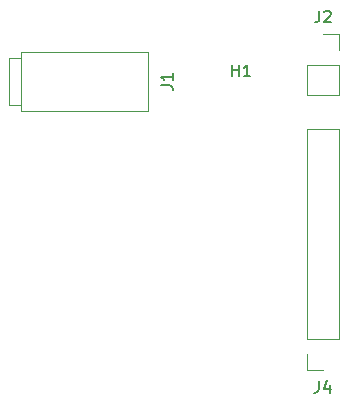
<source format=gbr>
%TF.GenerationSoftware,KiCad,Pcbnew,(6.0.0-0)*%
%TF.CreationDate,2023-04-18T12:25:18-04:00*%
%TF.ProjectId,row-breakout,726f772d-6272-4656-916b-6f75742e6b69,rev?*%
%TF.SameCoordinates,Original*%
%TF.FileFunction,Legend,Top*%
%TF.FilePolarity,Positive*%
%FSLAX46Y46*%
G04 Gerber Fmt 4.6, Leading zero omitted, Abs format (unit mm)*
G04 Created by KiCad (PCBNEW (6.0.0-0)) date 2023-04-18 12:25:18*
%MOMM*%
%LPD*%
G01*
G04 APERTURE LIST*
%ADD10C,0.150000*%
%ADD11C,0.120000*%
G04 APERTURE END LIST*
D10*
%TO.C,J1*%
X33732380Y-31785333D02*
X34446666Y-31785333D01*
X34589523Y-31832952D01*
X34684761Y-31928190D01*
X34732380Y-32071047D01*
X34732380Y-32166285D01*
X34732380Y-30785333D02*
X34732380Y-31356761D01*
X34732380Y-31071047D02*
X33732380Y-31071047D01*
X33875238Y-31166285D01*
X33970476Y-31261523D01*
X34018095Y-31356761D01*
%TO.C,H1*%
X39751095Y-31042380D02*
X39751095Y-30042380D01*
X39751095Y-30518571D02*
X40322523Y-30518571D01*
X40322523Y-31042380D02*
X40322523Y-30042380D01*
X41322523Y-31042380D02*
X40751095Y-31042380D01*
X41036809Y-31042380D02*
X41036809Y-30042380D01*
X40941571Y-30185238D01*
X40846333Y-30280476D01*
X40751095Y-30328095D01*
%TO.C,J2*%
X47139666Y-25467380D02*
X47139666Y-26181666D01*
X47092047Y-26324523D01*
X46996809Y-26419761D01*
X46853952Y-26467380D01*
X46758714Y-26467380D01*
X47568238Y-25562619D02*
X47615857Y-25515000D01*
X47711095Y-25467380D01*
X47949190Y-25467380D01*
X48044428Y-25515000D01*
X48092047Y-25562619D01*
X48139666Y-25657857D01*
X48139666Y-25753095D01*
X48092047Y-25895952D01*
X47520619Y-26467380D01*
X48139666Y-26467380D01*
%TO.C,J4*%
X47114666Y-56802380D02*
X47114666Y-57516666D01*
X47067047Y-57659523D01*
X46971809Y-57754761D01*
X46828952Y-57802380D01*
X46733714Y-57802380D01*
X48019428Y-57135714D02*
X48019428Y-57802380D01*
X47781333Y-56754761D02*
X47543238Y-57469047D01*
X48162285Y-57469047D01*
D11*
%TO.C,J1*%
X21880000Y-33952000D02*
X32680000Y-33952000D01*
X32680000Y-33952000D02*
X32680000Y-28952000D01*
X32680000Y-28952000D02*
X21880000Y-28952000D01*
X21880000Y-28952000D02*
X21880000Y-33952000D01*
X21880000Y-33452000D02*
X20880000Y-33452000D01*
X20880000Y-33452000D02*
X20880000Y-29452000D01*
X20880000Y-29452000D02*
X21880000Y-29452000D01*
X21880000Y-29452000D02*
X21880000Y-33452000D01*
%TO.C,J2*%
X46143000Y-30055000D02*
X48803000Y-30055000D01*
X47473000Y-27455000D02*
X48803000Y-27455000D01*
X48803000Y-30055000D02*
X48803000Y-32655000D01*
X48803000Y-27455000D02*
X48803000Y-28785000D01*
X46143000Y-32655000D02*
X48803000Y-32655000D01*
X46143000Y-30055000D02*
X46143000Y-32655000D01*
%TO.C,J4*%
X46118000Y-55910000D02*
X46118000Y-54580000D01*
X47448000Y-55910000D02*
X46118000Y-55910000D01*
X48778000Y-53310000D02*
X48778000Y-35470000D01*
X48778000Y-53310000D02*
X46118000Y-53310000D01*
X46118000Y-53310000D02*
X46118000Y-35470000D01*
X48778000Y-35470000D02*
X46118000Y-35470000D01*
%TD*%
M02*

</source>
